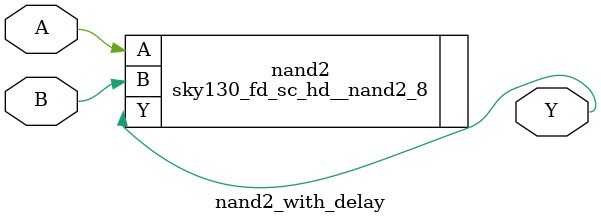
<source format=v>
module nand2_with_delay(input A,input B,output Y);
  `ifdef COCOTB_SIM
  assign #0.05 Y = ~(A & B);
  `else
  sky130_fd_sc_hd__nand2_8 nand2(.A(A),.B(B),.Y(Y));
  `endif
endmodule

</source>
